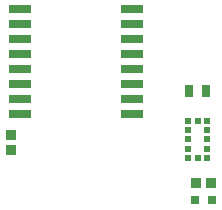
<source format=gbr>
G04*
G04 #@! TF.GenerationSoftware,Altium Limited,Altium Designer,25.8.1 (18)*
G04*
G04 Layer_Color=8421504*
%FSLAX25Y25*%
%MOIN*%
G70*
G04*
G04 #@! TF.SameCoordinates,8B26A7FC-FD43-4694-A22A-0022FF1C5016*
G04*
G04*
G04 #@! TF.FilePolarity,Positive*
G04*
G01*
G75*
%ADD13R,0.07677X0.02559*%
%ADD14R,0.01968X0.01968*%
%ADD15R,0.03740X0.03740*%
G04:AMPARAMS|DCode=16|XSize=29.92mil|YSize=26mil|CornerRadius=3.25mil|HoleSize=0mil|Usage=FLASHONLY|Rotation=90.000|XOffset=0mil|YOffset=0mil|HoleType=Round|Shape=RoundedRectangle|*
%AMROUNDEDRECTD16*
21,1,0.02992,0.01950,0,0,90.0*
21,1,0.02342,0.02600,0,0,90.0*
1,1,0.00650,0.00975,0.01171*
1,1,0.00650,0.00975,-0.01171*
1,1,0.00650,-0.00975,-0.01171*
1,1,0.00650,-0.00975,0.01171*
%
%ADD16ROUNDEDRECTD16*%
%ADD17R,0.03740X0.03740*%
%ADD18R,0.03150X0.03937*%
D13*
X366535Y332677D02*
D03*
X403740Y347677D02*
D03*
X366535Y327677D02*
D03*
Y322677D02*
D03*
Y357677D02*
D03*
X403740Y332677D02*
D03*
Y322677D02*
D03*
Y327677D02*
D03*
Y357677D02*
D03*
Y337677D02*
D03*
Y342677D02*
D03*
Y352677D02*
D03*
X366535D02*
D03*
Y347677D02*
D03*
Y342677D02*
D03*
Y337677D02*
D03*
D14*
X428740Y314173D02*
D03*
Y307874D02*
D03*
X422441D02*
D03*
Y320472D02*
D03*
X428740Y311024D02*
D03*
X425591Y320472D02*
D03*
Y307874D02*
D03*
X422441Y311024D02*
D03*
Y317323D02*
D03*
Y314173D02*
D03*
X428740Y320472D02*
D03*
Y317323D02*
D03*
D15*
X425098Y299606D02*
D03*
X430020D02*
D03*
D16*
X424803Y294094D02*
D03*
X430315D02*
D03*
D17*
X363386Y315551D02*
D03*
Y310630D02*
D03*
D18*
X422638Y330315D02*
D03*
X428543D02*
D03*
M02*

</source>
